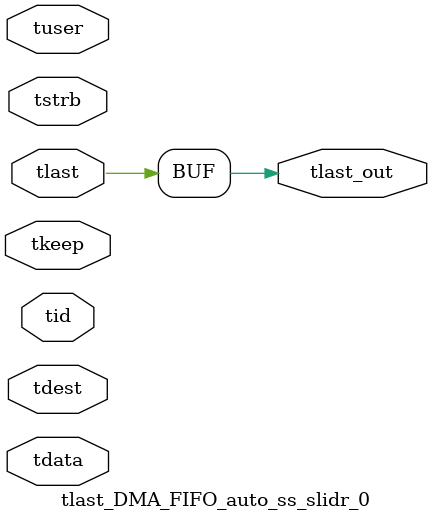
<source format=v>


`timescale 1ps/1ps

module tlast_DMA_FIFO_auto_ss_slidr_0 #
(
parameter C_S_AXIS_TID_WIDTH   = 1,
parameter C_S_AXIS_TUSER_WIDTH = 0,
parameter C_S_AXIS_TDATA_WIDTH = 0,
parameter C_S_AXIS_TDEST_WIDTH = 0
)
(
input  [(C_S_AXIS_TID_WIDTH   == 0 ? 1 : C_S_AXIS_TID_WIDTH)-1:0       ] tid,
input  [(C_S_AXIS_TDATA_WIDTH == 0 ? 1 : C_S_AXIS_TDATA_WIDTH)-1:0     ] tdata,
input  [(C_S_AXIS_TUSER_WIDTH == 0 ? 1 : C_S_AXIS_TUSER_WIDTH)-1:0     ] tuser,
input  [(C_S_AXIS_TDEST_WIDTH == 0 ? 1 : C_S_AXIS_TDEST_WIDTH)-1:0     ] tdest,
input  [(C_S_AXIS_TDATA_WIDTH/8)-1:0 ] tkeep,
input  [(C_S_AXIS_TDATA_WIDTH/8)-1:0 ] tstrb,
input  [0:0]                                                             tlast,
output                                                                   tlast_out
);

assign tlast_out = {tlast};

endmodule


</source>
